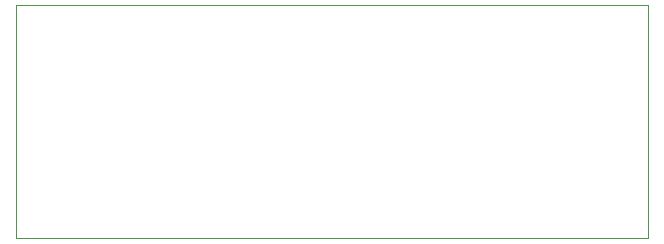
<source format=gm1>
G04 #@! TF.GenerationSoftware,KiCad,Pcbnew,9.0.5*
G04 #@! TF.CreationDate,2025-10-27T21:44:10-04:00*
G04 #@! TF.ProjectId,main_board_peripheral_v1,6d61696e-5f62-46f6-9172-645f70657269,rev?*
G04 #@! TF.SameCoordinates,Original*
G04 #@! TF.FileFunction,Profile,NP*
%FSLAX46Y46*%
G04 Gerber Fmt 4.6, Leading zero omitted, Abs format (unit mm)*
G04 Created by KiCad (PCBNEW 9.0.5) date 2025-10-27 21:44:10*
%MOMM*%
%LPD*%
G01*
G04 APERTURE LIST*
G04 #@! TA.AperFunction,Profile*
%ADD10C,0.050000*%
G04 #@! TD*
G04 APERTURE END LIST*
D10*
X104000000Y-57000000D02*
X157500000Y-57000000D01*
X157500000Y-76675000D01*
X104000000Y-76675000D01*
X104000000Y-57000000D01*
M02*

</source>
